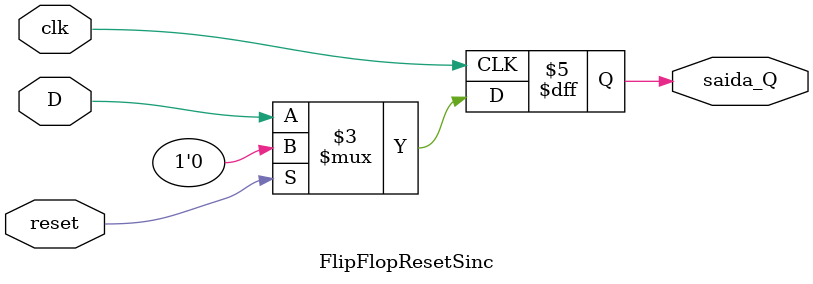
<source format=sv>
module FlipFlopResetSinc(
  input logic D, clk, reset,
  output logic saida_Q
);
  always_ff @ (posedge clk) begin
    if(reset)
      saida_Q <= 0;
    else
      saida_Q <= D;
  end
endmodule
</source>
